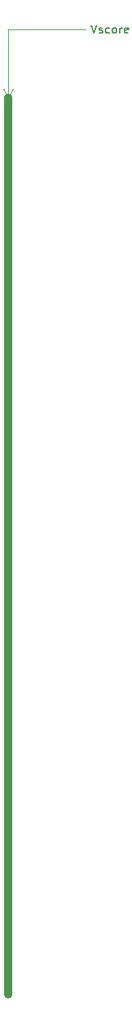
<source format=gbr>
G04 #@! TF.GenerationSoftware,KiCad,Pcbnew,8.0.2-1*
G04 #@! TF.CreationDate,2024-06-17T09:11:19+02:00*
G04 #@! TF.ProjectId,3340,33333430-2e6b-4696-9361-645f70636258,rev?*
G04 #@! TF.SameCoordinates,Original*
G04 #@! TF.FileFunction,Other,User*
%FSLAX46Y46*%
G04 Gerber Fmt 4.6, Leading zero omitted, Abs format (unit mm)*
G04 Created by KiCad (PCBNEW 8.0.2-1) date 2024-06-17 09:11:19*
%MOMM*%
%LPD*%
G01*
G04 APERTURE LIST*
%ADD10C,1.000000*%
%ADD11C,0.150000*%
%ADD12C,0.100000*%
G04 APERTURE END LIST*
D10*
X100500000Y-49500000D02*
X100500000Y-160500000D01*
D11*
X110842857Y-40454819D02*
X111176190Y-41454819D01*
X111176190Y-41454819D02*
X111509523Y-40454819D01*
X111795238Y-41407200D02*
X111890476Y-41454819D01*
X111890476Y-41454819D02*
X112080952Y-41454819D01*
X112080952Y-41454819D02*
X112176190Y-41407200D01*
X112176190Y-41407200D02*
X112223809Y-41311961D01*
X112223809Y-41311961D02*
X112223809Y-41264342D01*
X112223809Y-41264342D02*
X112176190Y-41169104D01*
X112176190Y-41169104D02*
X112080952Y-41121485D01*
X112080952Y-41121485D02*
X111938095Y-41121485D01*
X111938095Y-41121485D02*
X111842857Y-41073866D01*
X111842857Y-41073866D02*
X111795238Y-40978628D01*
X111795238Y-40978628D02*
X111795238Y-40931009D01*
X111795238Y-40931009D02*
X111842857Y-40835771D01*
X111842857Y-40835771D02*
X111938095Y-40788152D01*
X111938095Y-40788152D02*
X112080952Y-40788152D01*
X112080952Y-40788152D02*
X112176190Y-40835771D01*
X113080952Y-41407200D02*
X112985714Y-41454819D01*
X112985714Y-41454819D02*
X112795238Y-41454819D01*
X112795238Y-41454819D02*
X112700000Y-41407200D01*
X112700000Y-41407200D02*
X112652381Y-41359580D01*
X112652381Y-41359580D02*
X112604762Y-41264342D01*
X112604762Y-41264342D02*
X112604762Y-40978628D01*
X112604762Y-40978628D02*
X112652381Y-40883390D01*
X112652381Y-40883390D02*
X112700000Y-40835771D01*
X112700000Y-40835771D02*
X112795238Y-40788152D01*
X112795238Y-40788152D02*
X112985714Y-40788152D01*
X112985714Y-40788152D02*
X113080952Y-40835771D01*
X113652381Y-41454819D02*
X113557143Y-41407200D01*
X113557143Y-41407200D02*
X113509524Y-41359580D01*
X113509524Y-41359580D02*
X113461905Y-41264342D01*
X113461905Y-41264342D02*
X113461905Y-40978628D01*
X113461905Y-40978628D02*
X113509524Y-40883390D01*
X113509524Y-40883390D02*
X113557143Y-40835771D01*
X113557143Y-40835771D02*
X113652381Y-40788152D01*
X113652381Y-40788152D02*
X113795238Y-40788152D01*
X113795238Y-40788152D02*
X113890476Y-40835771D01*
X113890476Y-40835771D02*
X113938095Y-40883390D01*
X113938095Y-40883390D02*
X113985714Y-40978628D01*
X113985714Y-40978628D02*
X113985714Y-41264342D01*
X113985714Y-41264342D02*
X113938095Y-41359580D01*
X113938095Y-41359580D02*
X113890476Y-41407200D01*
X113890476Y-41407200D02*
X113795238Y-41454819D01*
X113795238Y-41454819D02*
X113652381Y-41454819D01*
X114414286Y-41454819D02*
X114414286Y-40788152D01*
X114414286Y-40978628D02*
X114461905Y-40883390D01*
X114461905Y-40883390D02*
X114509524Y-40835771D01*
X114509524Y-40835771D02*
X114604762Y-40788152D01*
X114604762Y-40788152D02*
X114700000Y-40788152D01*
X115414286Y-41407200D02*
X115319048Y-41454819D01*
X115319048Y-41454819D02*
X115128572Y-41454819D01*
X115128572Y-41454819D02*
X115033334Y-41407200D01*
X115033334Y-41407200D02*
X114985715Y-41311961D01*
X114985715Y-41311961D02*
X114985715Y-40931009D01*
X114985715Y-40931009D02*
X115033334Y-40835771D01*
X115033334Y-40835771D02*
X115128572Y-40788152D01*
X115128572Y-40788152D02*
X115319048Y-40788152D01*
X115319048Y-40788152D02*
X115414286Y-40835771D01*
X115414286Y-40835771D02*
X115461905Y-40931009D01*
X115461905Y-40931009D02*
X115461905Y-41026247D01*
X115461905Y-41026247D02*
X114985715Y-41121485D01*
D12*
X100500000Y-49500000D02*
X100500000Y-41000000D01*
X100500000Y-49500000D02*
X99913579Y-48373496D01*
X100500000Y-49500000D02*
X101086421Y-48373496D01*
X100500000Y-41000000D02*
X110122619Y-41000000D01*
X100500000Y-49500000D02*
X100500000Y-41000000D01*
X100500000Y-49500000D02*
X99913579Y-48373496D01*
X100500000Y-49500000D02*
X101086421Y-48373496D01*
X100500000Y-41000000D02*
X110122619Y-41000000D01*
M02*

</source>
